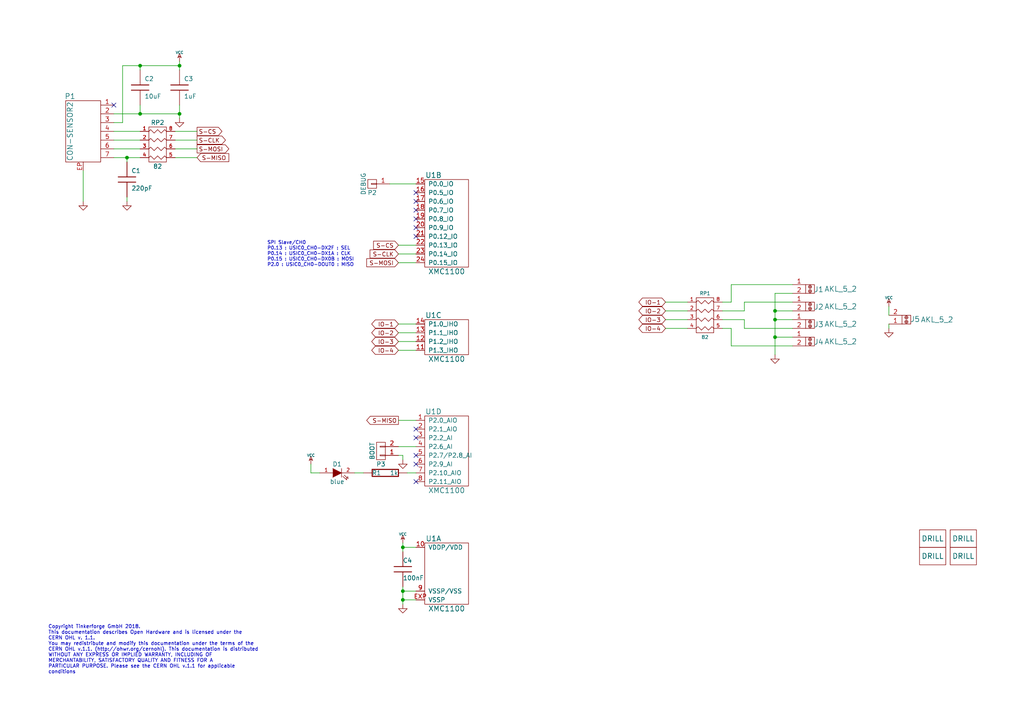
<source format=kicad_sch>
(kicad_sch (version 20211123) (generator eeschema)
  (paper "A4")
  (title_block (title "IO4 Bricklet 2.0") (date "2018-01-16") (rev "1.0") (company "Tinkerforge GmbH") (comment 1 "Licensed under CERN OHL v.1.1") (comment 2 "Copyright (©) 2018, L.Lauer <lukas@tinkerforge.com>"))
  (lib_symbols
    (symbol "tinkerforge:AKL_5_2" (pin_names (offset 1.016) hide)
      (property "Reference" "J" (at 2.54 -0.127 0))
      (property "Value" "AKL_5_2" (at -0.381 -2.54 0))
      (symbol "AKL_5_2_0_1"
        (rectangle (start -1.27 1.27) (end 1.27 -1.27))
        (circle (center 0 -0.635) (radius 0.4572))
        (polyline (pts (xy -0.381 -0.635) (xy 0.381 -0.635) (xy 0.381 -0.635)))
        (polyline (pts (xy -0.381 0.635) (xy 0.381 0.635) (xy 0.381 0.635)))
        (polyline (pts (xy 0 -0.254) (xy 0 -1.016) (xy 0 -1.016)))
        (polyline (pts (xy 0 1.016) (xy 0 0.254) (xy 0 0.254)))
        (circle (center 0 0.635) (radius 0.4572))
      )
      (symbol "AKL_5_2_1_1"
        (pin passive line (at -5.08 1.27 0) (length 3.81) (name "~") (number "1"))
        (pin passive line (at -5.08 -1.27 0) (length 3.81) (name "~") (number "2"))
      )
    )
    (symbol "tinkerforge:C" (pin_numbers hide) (pin_names (offset 0.254))
      (property "Reference" "C" (at 1.27 2.54 0))
      (property "Value" "C" (at 1.27 -2.54 0))
      (symbol "C_0_1"
        (polyline (pts (xy -2.54 -0.762) (xy 2.54 -0.762)) (stroke (width 0.254)))
        (polyline (pts (xy -2.54 0.762) (xy 2.54 0.762)) (stroke (width 0.254)))
      )
      (symbol "C_1_1"
        (pin passive line (at 0 5.08 270) (length 4.318) (name "~") (number "1"))
        (pin passive line (at 0 -5.08 90) (length 4.318) (name "~") (number "2"))
      )
    )
    (symbol "tinkerforge:CON-SENSOR2" (pin_names (offset 1.016))
      (property "Reference" "P" (at -3.81 10.16 0))
      (property "Value" "CON-SENSOR2" (at 3.81 0 90))
      (symbol "CON-SENSOR2_0_1"
        (rectangle (start -5.08 8.89) (end 5.08 -8.89))
      )
      (symbol "CON-SENSOR2_1_1"
        (pin passive line (at -8.89 7.62 0) (length 3.81) (name "~") (number "1"))
        (pin passive line (at -8.89 5.08 0) (length 3.81) (name "~") (number "2"))
        (pin passive line (at -8.89 2.54 0) (length 3.81) (name "~") (number "3"))
        (pin passive line (at -8.89 0 0) (length 3.81) (name "~") (number "4"))
        (pin passive line (at -8.89 -2.54 0) (length 3.81) (name "~") (number "5"))
        (pin passive line (at -8.89 -5.08 0) (length 3.81) (name "~") (number "6"))
        (pin passive line (at -8.89 -7.62 0) (length 3.81) (name "~") (number "7"))
        (pin passive line (at 0 -11.43 90) (length 2.54) (name "~") (number "EP"))
      )
    )
    (symbol "tinkerforge:CONN_01X01" (pin_names (offset 1.016) hide)
      (property "Reference" "P" (at 0 2.54 0))
      (property "Value" "CONN_01X01" (at 2.54 0 90))
      (symbol "CONN_01X01_0_1"
        (rectangle (start -1.27 0.127) (end 0.254 -0.127))
        (rectangle (start -1.27 1.27) (end 1.27 -1.27))
      )
      (symbol "CONN_01X01_1_1"
        (pin passive line (at -5.08 0 0) (length 3.81) (name "P1") (number "1"))
      )
    )
    (symbol "tinkerforge:CONN_01X02" (pin_names (offset 1.016) hide)
      (property "Reference" "P" (at 0 3.81 0))
      (property "Value" "CONN_01X02" (at 2.54 0 90))
      (symbol "CONN_01X02_0_1"
        (rectangle (start -1.27 -1.143) (end 0.254 -1.397))
        (rectangle (start -1.27 1.397) (end 0.254 1.143))
        (rectangle (start -1.27 2.54) (end 1.27 -2.54))
      )
      (symbol "CONN_01X02_1_1"
        (pin passive line (at -5.08 1.27 0) (length 3.81) (name "P1") (number "1"))
        (pin passive line (at -5.08 -1.27 0) (length 3.81) (name "P2") (number "2"))
      )
    )
    (symbol "tinkerforge:DRILL" (pin_numbers hide) (pin_names (offset 0) hide)
      (property "Value" "DRILL" (at 0 0 0))
      (symbol "DRILL_0_1"
        (rectangle (start -3.81 2.54) (end 3.81 -2.54))
      )
    )
    (symbol "tinkerforge:GND" (power) (pin_names (offset 0))
      (property "Value" "GND" (at 0 -5.08 0))
      (symbol "GND_0_1"
        (polyline (pts (xy 0 0) (xy 0 -1.27) (xy 1.27 -1.27) (xy 0 -2.54) (xy -1.27 -1.27) (xy 0 -1.27)))
      )
      (symbol "GND_1_1"
        (pin power_in line (at 0 0 270) (length 0) hide (name "GND") (number "1"))
      )
    )
    (symbol "tinkerforge:LED" (pin_names (offset 1.016) hide)
      (property "Reference" "D" (at 0 2.54 0))
      (property "Value" "LED" (at 0 -2.54 0))
      (symbol "LED_0_1"
        (polyline (pts (xy 1.27 1.27) (xy 1.27 -1.27)))
        (polyline (pts (xy -1.27 1.27) (xy 1.27 0) (xy -1.27 -1.27)) (fill (type outline)))
        (polyline (pts (xy 1.651 -1.016) (xy 2.794 -2.032) (xy 2.667 -1.397)))
        (polyline (pts (xy 2.032 -0.635) (xy 3.175 -1.651) (xy 3.048 -1.016)))
      )
      (symbol "LED_1_1"
        (pin passive line (at -5.08 0 0) (length 3.81) (name "A") (number "1"))
        (pin passive line (at 5.08 0 180) (length 3.81) (name "K") (number "2"))
      )
    )
    (symbol "tinkerforge:R" (pin_numbers hide) (pin_names (offset 0))
      (property "Reference" "R" (at 2.032 0 90))
      (property "Value" "R" (at 0 0 90))
      (symbol "R_0_1"
        (rectangle (start -1.016 3.81) (end 1.016 -3.81) (stroke (width 0.3048)))
      )
      (symbol "R_1_1"
        (pin passive line (at 0 6.35 270) (length 2.54) (name "~") (number "1"))
        (pin passive line (at 0 -6.35 90) (length 2.54) (name "~") (number "2"))
      )
    )
    (symbol "tinkerforge:R_PACK4" (pin_names hide)
      (property "Reference" "RP" (at 0 11.43 0))
      (property "Value" "R_PACK4" (at 0 -1.27 0))
      (symbol "R_PACK4_0_1"
        (polyline (pts (xy -2.54 10.16) (xy -2.54 0) (xy 2.54 0) (xy 2.54 10.16) (xy -2.54 10.16)))
        (polyline (pts (xy -2.54 1.27) (xy -2.032 1.778) (xy -1.016 0.762) (xy 0 1.778) (xy 1.016 0.762) (xy 2.032 1.778) (xy 2.54 1.27)))
        (polyline (pts (xy -2.54 3.81) (xy -2.032 4.318) (xy -1.016 3.302) (xy 0 4.318) (xy 1.016 3.302) (xy 2.032 4.318) (xy 2.54 3.81)))
        (polyline (pts (xy -2.54 6.35) (xy -2.032 6.858) (xy -1.016 5.842) (xy 0 6.858) (xy 1.016 5.842) (xy 2.032 6.858) (xy 2.54 6.35)))
        (polyline (pts (xy -2.54 8.89) (xy -2.032 9.398) (xy -1.016 8.382) (xy 0 9.398) (xy 1.016 8.382) (xy 2.032 9.398) (xy 2.54 8.89)))
      )
      (symbol "R_PACK4_1_1"
        (pin passive line (at -5.08 8.89 0) (length 2.54) (name "P1") (number "1"))
        (pin passive line (at -5.08 6.35 0) (length 2.54) (name "P2") (number "2"))
        (pin passive line (at -5.08 3.81 0) (length 2.54) (name "P3") (number "3"))
        (pin passive line (at -5.08 1.27 0) (length 2.54) (name "P4") (number "4"))
        (pin passive line (at 5.08 1.27 180) (length 2.54) (name "R4") (number "5"))
        (pin passive line (at 5.08 3.81 180) (length 2.54) (name "R3") (number "6"))
        (pin passive line (at 5.08 6.35 180) (length 2.54) (name "R2") (number "7"))
        (pin passive line (at 5.08 8.89 180) (length 2.54) (name "R1") (number "8"))
      )
    )
    (symbol "tinkerforge:VCC" (power) (pin_names (offset 0))
      (property "Value" "VCC" (at 0 3.175 0))
      (symbol "VCC_0_0"
        (pin power_in line (at 0 0 90) (length 0) hide (name "VCC") (number "1"))
      )
      (symbol "VCC_0_1"
        (polyline (pts (xy 0 1.524) (xy 0 0)))
        (polyline (pts (xy 0 1.524) (xy 0.508 1.016) (xy 0 2.286) (xy -0.508 1.016) (xy 0 1.524) (xy 0 1.524)))
      )
    )
    (symbol "tinkerforge:XMC1XXX24" (pin_names (offset 1.016))
      (property "Reference" "U" (at -3.81 15.24 0))
      (property "Value" "XMC1XXX24" (at 0 -16.51 0))
      (symbol "XMC1XXX24_1_1"
        (rectangle (start -6.35 8.89) (end 6.35 -8.89))
        (pin passive line (at -8.89 7.62 0) (length 2.54) (name "VDDP/VDD") (number "10"))
        (pin passive line (at -8.89 -5.08 0) (length 2.54) (name "VSSP/VSS") (number "9"))
        (pin passive line (at -8.89 -7.62 0) (length 2.54) (name "VSSP") (number "EXP"))
      )
      (symbol "XMC1XXX24_2_1"
        (rectangle (start -6.35 12.7) (end 6.35 -12.7))
        (pin passive line (at -8.89 11.43 0) (length 2.54) (name "P0.0_IO") (number "15"))
        (pin passive line (at -8.89 8.89 0) (length 2.54) (name "P0.5_IO") (number "16"))
        (pin passive line (at -8.89 6.35 0) (length 2.54) (name "P0.6_IO") (number "17"))
        (pin passive line (at -8.89 3.81 0) (length 2.54) (name "P0.7_IO") (number "18"))
        (pin passive line (at -8.89 1.27 0) (length 2.54) (name "P0.8_IO") (number "19"))
        (pin passive line (at -8.89 -1.27 0) (length 2.54) (name "P0.9_IO") (number "20"))
        (pin passive line (at -8.89 -3.81 0) (length 2.54) (name "P0.12_IO") (number "21"))
        (pin passive line (at -8.89 -6.35 0) (length 2.54) (name "P0.13_IO") (number "22"))
        (pin passive line (at -8.89 -8.89 0) (length 2.54) (name "P0.14_IO") (number "23"))
        (pin passive line (at -8.89 -11.43 0) (length 2.54) (name "P0.15_IO") (number "24"))
      )
      (symbol "XMC1XXX24_3_1"
        (rectangle (start -6.35 5.08) (end 6.35 -5.08))
        (pin passive line (at -8.89 -3.81 0) (length 2.54) (name "P1.3_IHO") (number "11"))
        (pin passive line (at -8.89 -1.27 0) (length 2.54) (name "P1.2_IHO") (number "12"))
        (pin passive line (at -8.89 1.27 0) (length 2.54) (name "P1.1_IHO") (number "13"))
        (pin passive line (at -8.89 3.81 0) (length 2.54) (name "P1.0_IHO") (number "14"))
      )
      (symbol "XMC1XXX24_4_1"
        (rectangle (start -6.35 10.16) (end 6.35 -10.16))
        (pin passive line (at -8.89 8.89 0) (length 2.54) (name "P2.0_AIO") (number "1"))
        (pin passive line (at -8.89 6.35 0) (length 2.54) (name "P2.1_AIO") (number "2"))
        (pin passive line (at -8.89 3.81 0) (length 2.54) (name "P2.2_AI") (number "3"))
        (pin passive line (at -8.89 1.27 0) (length 2.54) (name "P2.6_AI") (number "4"))
        (pin passive line (at -8.89 -1.27 0) (length 2.54) (name "P2.7/P2.8_AI") (number "5"))
        (pin passive line (at -8.89 -3.81 0) (length 2.54) (name "P2.9_AI") (number "6"))
        (pin passive line (at -8.89 -6.35 0) (length 2.54) (name "P2.10_AIO") (number "7"))
        (pin passive line (at -8.89 -8.89 0) (length 2.54) (name "P2.11_AIO") (number "8"))
      )
    )
  )
  (junction (at 116.84 171.45))
  (junction (at 116.84 158.75))
  (junction (at 52.07 19.05))
  (junction (at 40.64 33.02))
  (junction (at 224.79 90.17))
  (junction (at 116.84 173.99))
  (junction (at 36.83 45.72))
  (junction (at 224.79 97.79))
  (junction (at 40.64 19.05))
  (junction (at 52.07 33.02))
  (junction (at 224.79 92.71))
  (no_connect (at 120.65 68.58))
  (no_connect (at 120.65 139.7))
  (no_connect (at 120.65 66.04))
  (no_connect (at 120.65 58.42))
  (no_connect (at 120.65 60.96))
  (no_connect (at 120.65 127))
  (no_connect (at 120.65 132.08))
  (no_connect (at 120.65 63.5))
  (no_connect (at 120.65 124.46))
  (no_connect (at 120.65 134.62))
  (no_connect (at 33.02 30.48))
  (no_connect (at 120.65 55.88))
  (wire (pts (xy 224.79 97.79) (xy 224.79 102.87)))
  (wire (pts (xy 116.84 158.75) (xy 116.84 160.02)))
  (wire (pts (xy 116.84 173.99) (xy 120.65 173.99)))
  (wire (pts (xy 212.09 87.63) (xy 209.55 87.63)))
  (wire (pts (xy 113.03 53.34) (xy 120.65 53.34)))
  (wire (pts (xy 24.13 49.53) (xy 24.13 58.42)))
  (wire (pts (xy 40.64 38.1) (xy 33.02 38.1)))
  (wire (pts (xy 35.56 19.05) (xy 40.64 19.05)))
  (wire (pts (xy 120.65 73.66) (xy 115.57 73.66)))
  (wire (pts (xy 52.07 30.48) (xy 52.07 33.02)))
  (wire (pts (xy 50.8 43.18) (xy 57.15 43.18)))
  (wire (pts (xy 33.02 33.02) (xy 40.64 33.02)))
  (wire (pts (xy 120.65 171.45) (xy 116.84 171.45)))
  (wire (pts (xy 120.65 101.6) (xy 115.57 101.6)))
  (wire (pts (xy 224.79 90.17) (xy 224.79 92.71)))
  (wire (pts (xy 52.07 19.05) (xy 52.07 20.32)))
  (wire (pts (xy 229.87 87.63) (xy 215.9 87.63)))
  (wire (pts (xy 120.65 121.92) (xy 115.57 121.92)))
  (wire (pts (xy 115.57 76.2) (xy 120.65 76.2)))
  (wire (pts (xy 193.04 92.71) (xy 199.39 92.71)))
  (wire (pts (xy 40.64 33.02) (xy 52.07 33.02)))
  (wire (pts (xy 116.84 158.75) (xy 120.65 158.75)))
  (wire (pts (xy 229.87 85.09) (xy 224.79 85.09)))
  (wire (pts (xy 120.65 96.52) (xy 115.57 96.52)))
  (wire (pts (xy 199.39 90.17) (xy 193.04 90.17)))
  (wire (pts (xy 40.64 20.32) (xy 40.64 19.05)))
  (wire (pts (xy 120.65 129.54) (xy 115.57 129.54)))
  (wire (pts (xy 224.79 90.17) (xy 229.87 90.17)))
  (wire (pts (xy 57.15 40.64) (xy 50.8 40.64)))
  (wire (pts (xy 120.65 137.16) (xy 118.11 137.16)))
  (wire (pts (xy 115.57 93.98) (xy 120.65 93.98)))
  (wire (pts (xy 257.81 91.44) (xy 257.81 88.9)))
  (wire (pts (xy 50.8 38.1) (xy 57.15 38.1)))
  (wire (pts (xy 193.04 95.25) (xy 199.39 95.25)))
  (wire (pts (xy 52.07 33.02) (xy 52.07 34.29)))
  (wire (pts (xy 92.71 137.16) (xy 90.17 137.16)))
  (wire (pts (xy 36.83 45.72) (xy 40.64 45.72)))
  (wire (pts (xy 116.84 157.48) (xy 116.84 158.75)))
  (wire (pts (xy 115.57 99.06) (xy 120.65 99.06)))
  (wire (pts (xy 33.02 45.72) (xy 36.83 45.72)))
  (wire (pts (xy 209.55 90.17) (xy 215.9 90.17)))
  (wire (pts (xy 35.56 35.56) (xy 35.56 19.05)))
  (wire (pts (xy 215.9 92.71) (xy 209.55 92.71)))
  (wire (pts (xy 212.09 95.25) (xy 212.09 100.33)))
  (wire (pts (xy 224.79 92.71) (xy 224.79 97.79)))
  (wire (pts (xy 209.55 95.25) (xy 212.09 95.25)))
  (wire (pts (xy 36.83 46.99) (xy 36.83 45.72)))
  (wire (pts (xy 224.79 92.71) (xy 229.87 92.71)))
  (wire (pts (xy 52.07 17.78) (xy 52.07 19.05)))
  (wire (pts (xy 212.09 82.55) (xy 212.09 87.63)))
  (wire (pts (xy 33.02 40.64) (xy 40.64 40.64)))
  (wire (pts (xy 40.64 43.18) (xy 33.02 43.18)))
  (wire (pts (xy 40.64 30.48) (xy 40.64 33.02)))
  (wire (pts (xy 224.79 97.79) (xy 229.87 97.79)))
  (wire (pts (xy 40.64 19.05) (xy 52.07 19.05)))
  (wire (pts (xy 193.04 87.63) (xy 199.39 87.63)))
  (wire (pts (xy 105.41 137.16) (xy 102.87 137.16)))
  (wire (pts (xy 212.09 82.55) (xy 229.87 82.55)))
  (wire (pts (xy 57.15 45.72) (xy 50.8 45.72)))
  (wire (pts (xy 116.84 173.99) (xy 116.84 175.26)))
  (wire (pts (xy 215.9 95.25) (xy 229.87 95.25)))
  (wire (pts (xy 90.17 137.16) (xy 90.17 134.62)))
  (wire (pts (xy 115.57 71.12) (xy 120.65 71.12)))
  (wire (pts (xy 116.84 170.18) (xy 116.84 171.45)))
  (wire (pts (xy 224.79 85.09) (xy 224.79 90.17)))
  (wire (pts (xy 36.83 58.42) (xy 36.83 57.15)))
  (wire (pts (xy 116.84 171.45) (xy 116.84 173.99)))
  (wire (pts (xy 33.02 35.56) (xy 35.56 35.56)))
  (wire (pts (xy 116.84 132.08) (xy 116.84 133.35)))
  (wire (pts (xy 115.57 132.08) (xy 116.84 132.08)))
  (wire (pts (xy 215.9 95.25) (xy 215.9 92.71)))
  (wire (pts (xy 212.09 100.33) (xy 229.87 100.33)))
  (wire (pts (xy 257.81 95.25) (xy 257.81 93.98)))
  (wire (pts (xy 215.9 87.63) (xy 215.9 90.17)))
  (text "Copyright Tinkerforge GmbH 2018.\nThis documentation describes Open Hardware and is licensed under the\nCERN OHL v. 1.1.\nYou may redistribute and modify this documentation under the terms of the\nCERN OHL v.1.1. (http://ohwr.org/cernohl). This documentation is distributed\nWITHOUT ANY EXPRESS OR IMPLIED WARRANTY, INCLUDING OF\nMERCHANTABILITY, SATISFACTORY QUALITY AND FITNESS FOR A\nPARTICULAR PURPOSE. Please see the CERN OHL v.1.1 for applicable\nconditions\n" (at 13.97 195.58 0) (effects (font (size 1.016 1.016)) (justify left bottom)))
  (text "SPI Slave/CH0\nP0.13 : USIC0_CH0-DX2F : SEL\nP0.14 : USIC0_CH0-DX1A : CLK\nP0.15 : USIC0_CH0-DX0B : MOSI\nP2.0 : USIC0_CH0-DOUT0 : MISO" (at 77.47 77.47 0) (effects (font (size 0.9906 0.9906)) (justify left bottom)))
  (global_label "IO-1" (shape bidirectional) (at 115.57 93.98 180) (effects (font (size 1.1938 1.1938))) (property "Intersheet References" "${INTERSHEET_REFS}" (effects hide)))
  (global_label "S-CLK" (shape output) (at 57.15 40.64 0) (effects (font (size 1.1938 1.1938))) (property "Intersheet References" "${INTERSHEET_REFS}" (effects hide)))
  (global_label "IO-3" (shape bidirectional) (at 115.57 99.06 180) (effects (font (size 1.1938 1.1938))) (property "Intersheet References" "${INTERSHEET_REFS}" (effects hide)))
  (global_label "S-CS" (shape input) (at 115.57 71.12 180) (effects (font (size 1.1938 1.1938))) (property "Intersheet References" "${INTERSHEET_REFS}" (effects hide)))
  (global_label "IO-2" (shape bidirectional) (at 193.04 90.17 180) (effects (font (size 1.1938 1.1938))) (property "Intersheet References" "${INTERSHEET_REFS}" (effects hide)))
  (global_label "S-CLK" (shape input) (at 115.57 73.66 180) (effects (font (size 1.1938 1.1938))) (property "Intersheet References" "${INTERSHEET_REFS}" (effects hide)))
  (global_label "IO-1" (shape bidirectional) (at 193.04 87.63 180) (effects (font (size 1.1938 1.1938))) (property "Intersheet References" "${INTERSHEET_REFS}" (effects hide)))
  (global_label "IO-3" (shape bidirectional) (at 193.04 92.71 180) (effects (font (size 1.1938 1.1938))) (property "Intersheet References" "${INTERSHEET_REFS}" (effects hide)))
  (global_label "IO-4" (shape bidirectional) (at 193.04 95.25 180) (effects (font (size 1.1938 1.1938))) (property "Intersheet References" "${INTERSHEET_REFS}" (effects hide)))
  (global_label "IO-2" (shape bidirectional) (at 115.57 96.52 180) (effects (font (size 1.1938 1.1938))) (property "Intersheet References" "${INTERSHEET_REFS}" (effects hide)))
  (global_label "IO-4" (shape bidirectional) (at 115.57 101.6 180) (effects (font (size 1.1938 1.1938))) (property "Intersheet References" "${INTERSHEET_REFS}" (effects hide)))
  (global_label "S-MISO" (shape input) (at 57.15 45.72 0) (effects (font (size 1.1938 1.1938))) (property "Intersheet References" "${INTERSHEET_REFS}" (effects hide)))
  (global_label "S-MOSI" (shape output) (at 57.15 43.18 0) (effects (font (size 1.1938 1.1938))) (property "Intersheet References" "${INTERSHEET_REFS}" (effects hide)))
  (global_label "S-MISO" (shape output) (at 115.57 121.92 180) (effects (font (size 1.1938 1.1938))) (property "Intersheet References" "${INTERSHEET_REFS}" (effects hide)))
  (global_label "S-MOSI" (shape input) (at 115.57 76.2 180) (effects (font (size 1.1938 1.1938))) (property "Intersheet References" "${INTERSHEET_REFS}" (effects hide)))
  (global_label "S-CS" (shape output) (at 57.15 38.1 0) (effects (font (size 1.1938 1.1938))) (property "Intersheet References" "${INTERSHEET_REFS}" (effects hide)))
  (symbol (lib_id "tinkerforge:CON-SENSOR2") (at 24.13 38.1 0) (mirror y) (unit 1)
    (property "Reference" "P1" (at 20.32 27.94 0) (effects (font (size 1.524 1.524))))
    (property "Value" "CON-SENSOR2" (at 20.32 38.1 90) (effects (font (size 1.524 1.524))))
    (property "Footprint" "kicad-libraries:CON-SENSOR2" (effects hide))
  )
  (symbol (lib_id "tinkerforge:GND") (at 36.83 58.42 0) (unit 1)
    (property "Reference" "#PWR05" (effects hide))
    (property "Value" "GND" (effects hide))
  )
  (symbol (lib_id "tinkerforge:VCC") (at 52.07 17.78 0) (unit 1)
    (property "Reference" "#PWR04" (effects hide))
    (property "Value" "VCC" (at 52.07 15.24 0) (effects (font (size 0.762 0.762))))
  )
  (symbol (lib_id "tinkerforge:DRILL") (at 279.4 156.21 0) (unit 1)
    (property "Reference" "U4" (effects hide))
    (property "Value" "DRILL" (at 279.4 156.21 0) (effects (font (size 1.524 1.524))))
    (property "Footprint" "kicad-libraries:DRILL_NP" (effects hide))
  )
  (symbol (lib_id "tinkerforge:DRILL") (at 279.4 161.29 0) (unit 1)
    (property "Reference" "U5" (effects hide))
    (property "Value" "DRILL" (at 279.4 161.29 0) (effects (font (size 1.524 1.524))))
    (property "Footprint" "kicad-libraries:DRILL_NP" (effects hide))
  )
  (symbol (lib_id "tinkerforge:DRILL") (at 270.51 161.29 0) (unit 1)
    (property "Reference" "U3" (effects hide))
    (property "Value" "DRILL" (at 270.51 161.29 0) (effects (font (size 1.524 1.524))))
    (property "Footprint" "kicad-libraries:DRILL_NP" (effects hide))
  )
  (symbol (lib_id "tinkerforge:DRILL") (at 270.51 156.21 0) (unit 1)
    (property "Reference" "U2" (effects hide))
    (property "Value" "DRILL" (at 270.51 156.21 0) (effects (font (size 1.524 1.524))))
    (property "Footprint" "kicad-libraries:DRILL_NP" (effects hide))
  )
  (symbol (lib_id "tinkerforge:AKL_5_2") (at 234.95 83.82 0) (unit 1)
    (property "Reference" "J1" (at 237.49 83.947 0) (effects (font (size 1.524 1.524))))
    (property "Value" "AKL_5_2" (at 243.84 83.82 0) (effects (font (size 1.524 1.524))))
    (property "Footprint" "kicad-libraries:AKL_5_2" (effects hide))
  )
  (symbol (lib_id "tinkerforge:AKL_5_2") (at 234.95 88.9 0) (unit 1)
    (property "Reference" "J2" (at 237.49 89.027 0) (effects (font (size 1.524 1.524))))
    (property "Value" "AKL_5_2" (at 243.84 88.9 0) (effects (font (size 1.524 1.524))))
    (property "Footprint" "kicad-libraries:AKL_5_2" (effects hide))
  )
  (symbol (lib_id "tinkerforge:AKL_5_2") (at 262.89 92.71 0) (mirror x) (unit 1)
    (property "Reference" "J5" (at 265.43 92.583 0) (effects (font (size 1.524 1.524))))
    (property "Value" "AKL_5_2" (at 271.78 92.71 0) (effects (font (size 1.524 1.524))))
    (property "Footprint" "kicad-libraries:AKL_5_2" (effects hide))
  )
  (symbol (lib_id "tinkerforge:VCC") (at 257.81 88.9 0) (unit 1)
    (property "Reference" "#PWR03" (effects hide))
    (property "Value" "VCC" (at 257.81 86.36 0) (effects (font (size 0.762 0.762))))
  )
  (symbol (lib_id "tinkerforge:GND") (at 257.81 95.25 0) (unit 1)
    (property "Reference" "#PWR02" (effects hide))
    (property "Value" "GND" (effects hide))
  )
  (symbol (lib_id "tinkerforge:AKL_5_2") (at 234.95 99.06 0) (unit 1)
    (property "Reference" "J4" (at 237.49 99.187 0) (effects (font (size 1.524 1.524))))
    (property "Value" "AKL_5_2" (at 243.84 99.06 0) (effects (font (size 1.524 1.524))))
    (property "Footprint" "kicad-libraries:AKL_5_2" (effects hide))
  )
  (symbol (lib_id "tinkerforge:AKL_5_2") (at 234.95 93.98 0) (unit 1)
    (property "Reference" "J3" (at 237.49 94.107 0) (effects (font (size 1.524 1.524))))
    (property "Value" "AKL_5_2" (at 243.84 93.98 0) (effects (font (size 1.524 1.524))))
    (property "Footprint" "kicad-libraries:AKL_5_2" (effects hide))
  )
  (symbol (lib_id "tinkerforge:GND") (at 224.79 102.87 0) (unit 1)
    (property "Reference" "#PWR01" (effects hide))
    (property "Value" "GND" (effects hide))
  )
  (symbol (lib_id "tinkerforge:R_PACK4") (at 204.47 96.52 0) (unit 1)
    (property "Reference" "RP1" (at 204.47 85.09 0) (effects (font (size 1.016 1.016))))
    (property "Value" "82" (at 204.47 97.79 0) (effects (font (size 1.016 1.016))))
    (property "Footprint" "kicad-libraries:4X0402" (effects hide))
  )
  (symbol (lib_id "tinkerforge:C") (at 40.64 25.4 0) (unit 1)
    (property "Reference" "C2" (at 41.91 22.86 0) (effects (justify left)))
    (property "Value" "10uF" (at 41.91 27.94 0) (effects (justify left)))
    (property "Footprint" "kicad-libraries:C0805" (effects hide))
  )
  (symbol (lib_id "tinkerforge:C") (at 52.07 25.4 0) (unit 1)
    (property "Reference" "C3" (at 53.34 22.86 0) (effects (justify left)))
    (property "Value" "1uF" (at 53.34 27.94 0) (effects (justify left)))
    (property "Footprint" "kicad-libraries:C0603F" (effects hide))
  )
  (symbol (lib_id "tinkerforge:R_PACK4") (at 45.72 46.99 0) (unit 1)
    (property "Reference" "RP2" (at 45.72 35.56 0))
    (property "Value" "82" (at 45.72 48.26 0))
    (property "Footprint" "kicad-libraries:4X0402" (effects hide))
  )
  (symbol (lib_id "tinkerforge:C") (at 36.83 52.07 0) (unit 1)
    (property "Reference" "C1" (at 38.1 49.53 0) (effects (justify left)))
    (property "Value" "220pF" (at 38.1 54.61 0) (effects (justify left)))
    (property "Footprint" "kicad-libraries:C0402F" (effects hide))
  )
  (symbol (lib_id "tinkerforge:GND") (at 24.13 58.42 0) (unit 1)
    (property "Reference" "#PWR06" (effects hide))
    (property "Value" "GND" (effects hide))
  )
  (symbol (lib_id "tinkerforge:GND") (at 52.07 34.29 0) (unit 1)
    (property "Reference" "#PWR07" (effects hide))
    (property "Value" "GND" (effects hide))
  )
  (symbol (lib_id "tinkerforge:XMC1XXX24") (at 129.54 97.79 0) (unit 3)
    (property "Reference" "U1" (at 125.73 91.44 0) (effects (font (size 1.524 1.524))))
    (property "Value" "XMC1100" (at 129.54 104.14 0) (effects (font (size 1.524 1.524))))
    (property "Footprint" "kicad-libraries:QFN24-4x4mm-0.5mm" (effects hide))
  )
  (symbol (lib_id "tinkerforge:XMC1XXX24") (at 129.54 64.77 0) (unit 2)
    (property "Reference" "U1" (at 125.73 50.8 0) (effects (font (size 1.524 1.524))))
    (property "Value" "XMC1100" (at 129.54 78.74 0) (effects (font (size 1.524 1.524))))
    (property "Footprint" "kicad-libraries:QFN24-4x4mm-0.5mm" (effects hide))
  )
  (symbol (lib_id "tinkerforge:XMC1XXX24") (at 129.54 130.81 0) (unit 4)
    (property "Reference" "U1" (at 125.73 119.38 0) (effects (font (size 1.524 1.524))))
    (property "Value" "XMC1100" (at 129.54 142.24 0) (effects (font (size 1.524 1.524))))
    (property "Footprint" "kicad-libraries:QFN24-4x4mm-0.5mm" (effects hide))
  )
  (symbol (lib_id "tinkerforge:XMC1XXX24") (at 129.54 166.37 0) (unit 1)
    (property "Reference" "U1" (at 125.73 156.21 0) (effects (font (size 1.524 1.524))))
    (property "Value" "XMC1100" (at 129.54 176.53 0) (effects (font (size 1.524 1.524))))
    (property "Footprint" "kicad-libraries:QFN24-4x4mm-0.5mm" (effects hide))
  )
  (symbol (lib_id "tinkerforge:CONN_01X01") (at 107.95 53.34 180) (unit 1)
    (property "Reference" "P2" (at 107.95 55.88 0))
    (property "Value" "DEBUG" (at 105.41 53.34 90))
    (property "Footprint" "kicad-libraries:DEBUG_PAD" (effects hide))
  )
  (symbol (lib_id "tinkerforge:C") (at 116.84 165.1 0) (unit 1)
    (property "Reference" "C4" (at 116.84 162.56 0) (effects (justify left)))
    (property "Value" "100nF" (at 116.84 167.64 0) (effects (justify left)))
    (property "Footprint" "kicad-libraries:C0603F" (effects hide))
  )
  (symbol (lib_id "tinkerforge:GND") (at 116.84 175.26 0) (unit 1)
    (property "Reference" "#PWR08" (effects hide))
    (property "Value" "GND" (effects hide))
  )
  (symbol (lib_id "tinkerforge:VCC") (at 116.84 157.48 0) (unit 1)
    (property "Reference" "#PWR09" (effects hide))
    (property "Value" "VCC" (at 116.84 154.94 0) (effects (font (size 0.762 0.762))))
  )
  (symbol (lib_id "tinkerforge:CONN_01X02") (at 110.49 130.81 180) (unit 1)
    (property "Reference" "P3" (at 110.49 134.62 0))
    (property "Value" "BOOT" (at 107.95 130.81 90))
    (property "Footprint" "kicad-libraries:SolderJumper" (effects hide))
  )
  (symbol (lib_id "tinkerforge:GND") (at 116.84 133.35 0) (unit 1)
    (property "Reference" "#PWR010" (effects hide))
    (property "Value" "GND" (effects hide))
  )
  (symbol (lib_id "tinkerforge:R") (at 111.76 137.16 270) (unit 1)
    (property "Reference" "R1" (at 109.22 137.16 90))
    (property "Value" "1k" (at 114.3 137.16 90))
    (property "Footprint" "kicad-libraries:R0603F" (effects hide))
  )
  (symbol (lib_id "tinkerforge:LED") (at 97.79 137.16 0) (unit 1)
    (property "Reference" "D1" (at 97.79 134.62 0))
    (property "Value" "blue" (at 97.79 139.7 0))
    (property "Footprint" "kicad-libraries:D0603F" (effects hide))
  )
  (symbol (lib_id "tinkerforge:VCC") (at 90.17 134.62 0) (unit 1)
    (property "Reference" "#PWR011" (effects hide))
    (property "Value" "VCC" (at 90.17 132.08 0) (effects (font (size 0.762 0.762))))
  )
)
</source>
